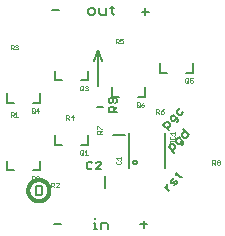
<source format=gbr>
G04 EAGLE Gerber RS-274X export*
G75*
%MOMM*%
%FSLAX34Y34*%
%LPD*%
%INSilkscreen Top*%
%IPPOS*%
%AMOC8*
5,1,8,0,0,1.08239X$1,22.5*%
G01*
%ADD10C,0.152400*%
%ADD11C,0.203200*%
%ADD12C,0.127000*%
%ADD13C,0.025400*%
%ADD14C,0.304800*%


D10*
X153162Y8259D02*
X158924Y8259D01*
X156043Y11140D02*
X156043Y5378D01*
X115057Y9699D02*
X113616Y9699D01*
X115057Y9699D02*
X115057Y3937D01*
X116497Y3937D02*
X113616Y3937D01*
X115057Y12580D02*
X115057Y14021D01*
X119853Y9699D02*
X119853Y3937D01*
X119853Y9699D02*
X124175Y9699D01*
X125615Y8259D01*
X125615Y3937D01*
X86069Y8259D02*
X80307Y8259D01*
X157476Y185547D02*
X157476Y191309D01*
X154595Y188428D02*
X160357Y188428D01*
X113260Y185547D02*
X110379Y185547D01*
X113260Y185547D02*
X114701Y186988D01*
X114701Y189869D01*
X113260Y191309D01*
X110379Y191309D01*
X108938Y189869D01*
X108938Y186988D01*
X110379Y185547D01*
X118294Y186988D02*
X118294Y191309D01*
X118294Y186988D02*
X119734Y185547D01*
X124056Y185547D01*
X124056Y191309D01*
X129089Y192750D02*
X129089Y186988D01*
X130530Y185547D01*
X130530Y191309D02*
X127649Y191309D01*
X84482Y189869D02*
X78719Y189869D01*
D11*
X117475Y156210D02*
X117475Y125730D01*
X114300Y146685D02*
X117475Y156210D01*
X120650Y146685D01*
D12*
X174014Y40031D02*
X177250Y36796D01*
X175632Y38413D02*
X175632Y41649D01*
X176441Y42458D01*
X181660Y41206D02*
X184086Y43632D01*
X184086Y45250D01*
X182469Y45250D01*
X180851Y43632D01*
X179233Y43632D01*
X179233Y45250D01*
X181660Y47677D01*
X183716Y51351D02*
X186952Y48115D01*
X188570Y48115D01*
X185334Y51351D02*
X183716Y49733D01*
X181990Y68780D02*
X177136Y73633D01*
X179563Y76060D01*
X181181Y76060D01*
X182798Y74442D01*
X182798Y72824D01*
X180372Y70398D01*
X188899Y75690D02*
X189708Y76499D01*
X189708Y78116D01*
X185664Y82161D01*
X183237Y79734D01*
X183237Y78116D01*
X184855Y76499D01*
X186473Y76499D01*
X188899Y78925D01*
X194192Y84217D02*
X189338Y89071D01*
X194192Y84217D02*
X191765Y81791D01*
X190147Y81791D01*
X188529Y83408D01*
X188529Y85026D01*
X190956Y87453D01*
X177545Y87830D02*
X172691Y92683D01*
X175118Y95110D01*
X176736Y95110D01*
X178353Y93492D01*
X178353Y91874D01*
X175927Y89448D01*
X184454Y94740D02*
X185263Y95549D01*
X185263Y97166D01*
X181219Y101211D01*
X178792Y98784D01*
X178792Y97166D01*
X180410Y95549D01*
X182028Y95549D01*
X184454Y97975D01*
X184084Y104076D02*
X186511Y106503D01*
X184084Y104076D02*
X184084Y102458D01*
X185702Y100841D01*
X187320Y100841D01*
X189747Y103267D01*
D13*
X43307Y103000D02*
X43307Y99187D01*
X43307Y103000D02*
X45214Y103000D01*
X45849Y102365D01*
X45849Y101094D01*
X45214Y100458D01*
X43307Y100458D01*
X44578Y100458D02*
X45849Y99187D01*
X47049Y101729D02*
X48320Y103000D01*
X48320Y99187D01*
X47049Y99187D02*
X49591Y99187D01*
X77733Y43691D02*
X77733Y39878D01*
X77733Y43691D02*
X79639Y43691D01*
X80275Y43056D01*
X80275Y41785D01*
X79639Y41149D01*
X77733Y41149D01*
X79004Y41149D02*
X80275Y39878D01*
X81475Y39878D02*
X84017Y39878D01*
X81475Y39878D02*
X84017Y42420D01*
X84017Y43056D01*
X83382Y43691D01*
X82110Y43691D01*
X81475Y43056D01*
X116646Y85035D02*
X120460Y85035D01*
X116646Y85035D02*
X116646Y86942D01*
X117282Y87578D01*
X118553Y87578D01*
X119188Y86942D01*
X119188Y85035D01*
X119188Y86306D02*
X120460Y87578D01*
X116646Y88777D02*
X116646Y91320D01*
X117282Y91320D01*
X119824Y88777D01*
X120460Y88777D01*
D11*
X129858Y83820D02*
X140018Y83820D01*
D13*
X133538Y61724D02*
X132902Y61089D01*
X132902Y59818D01*
X133538Y59182D01*
X136080Y59182D01*
X136716Y59818D01*
X136716Y61089D01*
X136080Y61724D01*
X134173Y62924D02*
X132902Y64195D01*
X136716Y64195D01*
X136716Y62924D02*
X136716Y65466D01*
X214258Y62741D02*
X214258Y58928D01*
X214258Y62741D02*
X216164Y62741D01*
X216800Y62106D01*
X216800Y60835D01*
X216164Y60199D01*
X214258Y60199D01*
X215529Y60199D02*
X216800Y58928D01*
X218000Y62106D02*
X218635Y62741D01*
X219907Y62741D01*
X220542Y62106D01*
X220542Y61470D01*
X219907Y60835D01*
X220542Y60199D01*
X220542Y59564D01*
X219907Y58928D01*
X218635Y58928D01*
X218000Y59564D01*
X218000Y60199D01*
X218635Y60835D01*
X218000Y61470D01*
X218000Y62106D01*
X218635Y60835D02*
X219907Y60835D01*
D11*
X109250Y75550D02*
X103250Y75550D01*
X109250Y75550D02*
X109250Y83550D01*
X87250Y75550D02*
X81250Y75550D01*
X81250Y83550D01*
D13*
X102498Y70361D02*
X102498Y67819D01*
X102498Y70361D02*
X103133Y70996D01*
X104404Y70996D01*
X105040Y70361D01*
X105040Y67819D01*
X104404Y67183D01*
X103133Y67183D01*
X102498Y67819D01*
X103769Y68454D02*
X105040Y67183D01*
X106240Y69725D02*
X107511Y70996D01*
X107511Y67183D01*
X106240Y67183D02*
X108782Y67183D01*
D11*
X67975Y53960D02*
X61975Y53960D01*
X67975Y53960D02*
X67975Y61960D01*
X45975Y53960D02*
X39975Y53960D01*
X39975Y61960D01*
D13*
X61223Y48771D02*
X61223Y46229D01*
X61223Y48771D02*
X61858Y49406D01*
X63129Y49406D01*
X63765Y48771D01*
X63765Y46229D01*
X63129Y45593D01*
X61858Y45593D01*
X61223Y46229D01*
X62494Y46864D02*
X63765Y45593D01*
X64965Y45593D02*
X67507Y45593D01*
X64965Y45593D02*
X67507Y48135D01*
X67507Y48771D01*
X66872Y49406D01*
X65600Y49406D01*
X64965Y48771D01*
X43307Y156337D02*
X43307Y160150D01*
X45214Y160150D01*
X45849Y159515D01*
X45849Y158244D01*
X45214Y157608D01*
X43307Y157608D01*
X44578Y157608D02*
X45849Y156337D01*
X47049Y159515D02*
X47685Y160150D01*
X48956Y160150D01*
X49591Y159515D01*
X49591Y158879D01*
X48956Y158244D01*
X48320Y158244D01*
X48956Y158244D02*
X49591Y157608D01*
X49591Y156973D01*
X48956Y156337D01*
X47685Y156337D01*
X47049Y156973D01*
X90433Y100841D02*
X90433Y97028D01*
X90433Y100841D02*
X92339Y100841D01*
X92975Y100206D01*
X92975Y98935D01*
X92339Y98299D01*
X90433Y98299D01*
X91704Y98299D02*
X92975Y97028D01*
X96082Y97028D02*
X96082Y100841D01*
X94175Y98935D01*
X96717Y98935D01*
D11*
X103250Y130160D02*
X109250Y130160D01*
X109250Y138160D01*
X87250Y130160D02*
X81250Y130160D01*
X81250Y138160D01*
D13*
X102498Y124971D02*
X102498Y122429D01*
X102498Y124971D02*
X103133Y125606D01*
X104404Y125606D01*
X105040Y124971D01*
X105040Y122429D01*
X104404Y121793D01*
X103133Y121793D01*
X102498Y122429D01*
X103769Y123064D02*
X105040Y121793D01*
X106240Y124971D02*
X106875Y125606D01*
X108147Y125606D01*
X108782Y124971D01*
X108782Y124335D01*
X108147Y123700D01*
X107511Y123700D01*
X108147Y123700D02*
X108782Y123064D01*
X108782Y122429D01*
X108147Y121793D01*
X106875Y121793D01*
X106240Y122429D01*
D11*
X67975Y111110D02*
X61975Y111110D01*
X67975Y111110D02*
X67975Y119110D01*
X45975Y111110D02*
X39975Y111110D01*
X39975Y119110D01*
D13*
X61223Y105921D02*
X61223Y103379D01*
X61223Y105921D02*
X61858Y106556D01*
X63129Y106556D01*
X63765Y105921D01*
X63765Y103379D01*
X63129Y102743D01*
X61858Y102743D01*
X61223Y103379D01*
X62494Y104014D02*
X63765Y102743D01*
X66872Y102743D02*
X66872Y106556D01*
X64965Y104650D01*
X67507Y104650D01*
X132207Y161417D02*
X132207Y165230D01*
X134114Y165230D01*
X134749Y164595D01*
X134749Y163324D01*
X134114Y162688D01*
X132207Y162688D01*
X133478Y162688D02*
X134749Y161417D01*
X135949Y165230D02*
X138491Y165230D01*
X135949Y165230D02*
X135949Y163324D01*
X137220Y163959D01*
X137856Y163959D01*
X138491Y163324D01*
X138491Y162053D01*
X137856Y161417D01*
X136585Y161417D01*
X135949Y162053D01*
X166633Y105921D02*
X166633Y102108D01*
X166633Y105921D02*
X168539Y105921D01*
X169175Y105286D01*
X169175Y104015D01*
X168539Y103379D01*
X166633Y103379D01*
X167904Y103379D02*
X169175Y102108D01*
X171646Y105286D02*
X172917Y105921D01*
X171646Y105286D02*
X170375Y104015D01*
X170375Y102744D01*
X171010Y102108D01*
X172282Y102108D01*
X172917Y102744D01*
X172917Y103379D01*
X172282Y104015D01*
X170375Y104015D01*
D11*
X192150Y136510D02*
X198150Y136510D01*
X198150Y144510D01*
X176150Y136510D02*
X170150Y136510D01*
X170150Y144510D01*
D13*
X191398Y131321D02*
X191398Y128779D01*
X191398Y131321D02*
X192033Y131956D01*
X193304Y131956D01*
X193940Y131321D01*
X193940Y128779D01*
X193304Y128143D01*
X192033Y128143D01*
X191398Y128779D01*
X192669Y129414D02*
X193940Y128143D01*
X195140Y131956D02*
X197682Y131956D01*
X195140Y131956D02*
X195140Y130050D01*
X196411Y130685D01*
X197047Y130685D01*
X197682Y130050D01*
X197682Y128779D01*
X197047Y128143D01*
X195775Y128143D01*
X195140Y128779D01*
D11*
X156875Y116190D02*
X150875Y116190D01*
X156875Y116190D02*
X156875Y124190D01*
X134875Y116190D02*
X128875Y116190D01*
X128875Y124190D01*
D13*
X150123Y111001D02*
X150123Y108459D01*
X150123Y111001D02*
X150758Y111636D01*
X152029Y111636D01*
X152665Y111001D01*
X152665Y108459D01*
X152029Y107823D01*
X150758Y107823D01*
X150123Y108459D01*
X151394Y109094D02*
X152665Y107823D01*
X155136Y111001D02*
X156407Y111636D01*
X155136Y111001D02*
X153865Y109730D01*
X153865Y108459D01*
X154500Y107823D01*
X155772Y107823D01*
X156407Y108459D01*
X156407Y109094D01*
X155772Y109730D01*
X153865Y109730D01*
D11*
X147280Y60897D02*
X147282Y60972D01*
X147288Y61047D01*
X147298Y61122D01*
X147311Y61196D01*
X147329Y61269D01*
X147350Y61341D01*
X147375Y61412D01*
X147404Y61481D01*
X147437Y61549D01*
X147472Y61615D01*
X147512Y61679D01*
X147554Y61741D01*
X147600Y61801D01*
X147649Y61858D01*
X147701Y61912D01*
X147755Y61964D01*
X147812Y62013D01*
X147872Y62059D01*
X147934Y62101D01*
X147998Y62141D01*
X148064Y62176D01*
X148132Y62209D01*
X148201Y62238D01*
X148272Y62263D01*
X148344Y62284D01*
X148417Y62302D01*
X148491Y62315D01*
X148566Y62325D01*
X148641Y62331D01*
X148716Y62333D01*
X148791Y62331D01*
X148866Y62325D01*
X148941Y62315D01*
X149015Y62302D01*
X149088Y62284D01*
X149160Y62263D01*
X149231Y62238D01*
X149300Y62209D01*
X149368Y62176D01*
X149434Y62141D01*
X149498Y62101D01*
X149560Y62059D01*
X149620Y62013D01*
X149677Y61964D01*
X149731Y61912D01*
X149783Y61858D01*
X149832Y61801D01*
X149878Y61741D01*
X149920Y61679D01*
X149960Y61615D01*
X149995Y61549D01*
X150028Y61481D01*
X150057Y61412D01*
X150082Y61341D01*
X150103Y61269D01*
X150121Y61196D01*
X150134Y61122D01*
X150144Y61047D01*
X150150Y60972D01*
X150152Y60897D01*
X150150Y60822D01*
X150144Y60747D01*
X150134Y60672D01*
X150121Y60598D01*
X150103Y60525D01*
X150082Y60453D01*
X150057Y60382D01*
X150028Y60313D01*
X149995Y60245D01*
X149960Y60179D01*
X149920Y60115D01*
X149878Y60053D01*
X149832Y59993D01*
X149783Y59936D01*
X149731Y59882D01*
X149677Y59830D01*
X149620Y59781D01*
X149560Y59735D01*
X149498Y59693D01*
X149434Y59653D01*
X149368Y59618D01*
X149300Y59585D01*
X149231Y59556D01*
X149160Y59531D01*
X149088Y59510D01*
X149015Y59492D01*
X148941Y59479D01*
X148866Y59469D01*
X148791Y59463D01*
X148716Y59461D01*
X148641Y59463D01*
X148566Y59469D01*
X148491Y59479D01*
X148417Y59492D01*
X148344Y59510D01*
X148272Y59531D01*
X148201Y59556D01*
X148132Y59585D01*
X148064Y59618D01*
X147998Y59653D01*
X147934Y59693D01*
X147872Y59735D01*
X147812Y59781D01*
X147755Y59830D01*
X147701Y59882D01*
X147649Y59936D01*
X147600Y59993D01*
X147554Y60053D01*
X147512Y60115D01*
X147472Y60179D01*
X147437Y60245D01*
X147404Y60313D01*
X147375Y60382D01*
X147350Y60453D01*
X147329Y60525D01*
X147311Y60598D01*
X147298Y60672D01*
X147288Y60747D01*
X147282Y60822D01*
X147280Y60897D01*
X173750Y55803D02*
X173750Y85803D01*
X143750Y85803D02*
X143750Y55803D01*
D13*
X182198Y77805D02*
X182198Y79076D01*
X182198Y78440D02*
X178385Y78440D01*
X178385Y77805D02*
X178385Y79076D01*
X178385Y82206D02*
X179020Y82841D01*
X178385Y82206D02*
X178385Y80935D01*
X179020Y80299D01*
X181562Y80299D01*
X182198Y80935D01*
X182198Y82206D01*
X181562Y82841D01*
X179656Y84041D02*
X178385Y85312D01*
X182198Y85312D01*
X182198Y84041D02*
X182198Y86583D01*
D11*
X121920Y107950D02*
X116840Y107950D01*
D10*
X126486Y103269D02*
X133096Y103269D01*
X126486Y103269D02*
X126486Y106574D01*
X127588Y107675D01*
X129791Y107675D01*
X130893Y106574D01*
X130893Y103269D01*
X130893Y105472D02*
X133096Y107675D01*
X131994Y110753D02*
X133096Y111854D01*
X133096Y114058D01*
X131994Y115159D01*
X127588Y115159D01*
X126486Y114058D01*
X126486Y111854D01*
X127588Y110753D01*
X128690Y110753D01*
X129791Y111854D01*
X129791Y115159D01*
D11*
X123190Y49530D02*
X123190Y39370D01*
D10*
X112483Y60245D02*
X111382Y61347D01*
X109179Y61347D01*
X108077Y60245D01*
X108077Y55839D01*
X109179Y54737D01*
X111382Y54737D01*
X112483Y55839D01*
X115561Y54737D02*
X119968Y54737D01*
X119968Y59143D02*
X115561Y54737D01*
X119968Y59143D02*
X119968Y60245D01*
X118866Y61347D01*
X116663Y61347D01*
X115561Y60245D01*
D14*
X58330Y36830D02*
X58333Y37050D01*
X58341Y37271D01*
X58354Y37491D01*
X58373Y37710D01*
X58398Y37929D01*
X58427Y38148D01*
X58462Y38365D01*
X58503Y38582D01*
X58548Y38798D01*
X58599Y39012D01*
X58655Y39225D01*
X58717Y39437D01*
X58783Y39647D01*
X58855Y39855D01*
X58932Y40062D01*
X59014Y40266D01*
X59100Y40469D01*
X59192Y40669D01*
X59289Y40868D01*
X59390Y41063D01*
X59497Y41256D01*
X59608Y41447D01*
X59723Y41634D01*
X59843Y41819D01*
X59968Y42001D01*
X60097Y42179D01*
X60231Y42355D01*
X60368Y42527D01*
X60510Y42695D01*
X60656Y42861D01*
X60806Y43022D01*
X60960Y43180D01*
X61118Y43334D01*
X61279Y43484D01*
X61445Y43630D01*
X61613Y43772D01*
X61785Y43909D01*
X61961Y44043D01*
X62139Y44172D01*
X62321Y44297D01*
X62506Y44417D01*
X62693Y44532D01*
X62884Y44643D01*
X63077Y44750D01*
X63272Y44851D01*
X63471Y44948D01*
X63671Y45040D01*
X63874Y45126D01*
X64078Y45208D01*
X64285Y45285D01*
X64493Y45357D01*
X64703Y45423D01*
X64915Y45485D01*
X65128Y45541D01*
X65342Y45592D01*
X65558Y45637D01*
X65775Y45678D01*
X65992Y45713D01*
X66211Y45742D01*
X66430Y45767D01*
X66649Y45786D01*
X66869Y45799D01*
X67090Y45807D01*
X67310Y45810D01*
X67530Y45807D01*
X67751Y45799D01*
X67971Y45786D01*
X68190Y45767D01*
X68409Y45742D01*
X68628Y45713D01*
X68845Y45678D01*
X69062Y45637D01*
X69278Y45592D01*
X69492Y45541D01*
X69705Y45485D01*
X69917Y45423D01*
X70127Y45357D01*
X70335Y45285D01*
X70542Y45208D01*
X70746Y45126D01*
X70949Y45040D01*
X71149Y44948D01*
X71348Y44851D01*
X71543Y44750D01*
X71736Y44643D01*
X71927Y44532D01*
X72114Y44417D01*
X72299Y44297D01*
X72481Y44172D01*
X72659Y44043D01*
X72835Y43909D01*
X73007Y43772D01*
X73175Y43630D01*
X73341Y43484D01*
X73502Y43334D01*
X73660Y43180D01*
X73814Y43022D01*
X73964Y42861D01*
X74110Y42695D01*
X74252Y42527D01*
X74389Y42355D01*
X74523Y42179D01*
X74652Y42001D01*
X74777Y41819D01*
X74897Y41634D01*
X75012Y41447D01*
X75123Y41256D01*
X75230Y41063D01*
X75331Y40868D01*
X75428Y40669D01*
X75520Y40469D01*
X75606Y40266D01*
X75688Y40062D01*
X75765Y39855D01*
X75837Y39647D01*
X75903Y39437D01*
X75965Y39225D01*
X76021Y39012D01*
X76072Y38798D01*
X76117Y38582D01*
X76158Y38365D01*
X76193Y38148D01*
X76222Y37929D01*
X76247Y37710D01*
X76266Y37491D01*
X76279Y37271D01*
X76287Y37050D01*
X76290Y36830D01*
X76287Y36610D01*
X76279Y36389D01*
X76266Y36169D01*
X76247Y35950D01*
X76222Y35731D01*
X76193Y35512D01*
X76158Y35295D01*
X76117Y35078D01*
X76072Y34862D01*
X76021Y34648D01*
X75965Y34435D01*
X75903Y34223D01*
X75837Y34013D01*
X75765Y33805D01*
X75688Y33598D01*
X75606Y33394D01*
X75520Y33191D01*
X75428Y32991D01*
X75331Y32792D01*
X75230Y32597D01*
X75123Y32404D01*
X75012Y32213D01*
X74897Y32026D01*
X74777Y31841D01*
X74652Y31659D01*
X74523Y31481D01*
X74389Y31305D01*
X74252Y31133D01*
X74110Y30965D01*
X73964Y30799D01*
X73814Y30638D01*
X73660Y30480D01*
X73502Y30326D01*
X73341Y30176D01*
X73175Y30030D01*
X73007Y29888D01*
X72835Y29751D01*
X72659Y29617D01*
X72481Y29488D01*
X72299Y29363D01*
X72114Y29243D01*
X71927Y29128D01*
X71736Y29017D01*
X71543Y28910D01*
X71348Y28809D01*
X71149Y28712D01*
X70949Y28620D01*
X70746Y28534D01*
X70542Y28452D01*
X70335Y28375D01*
X70127Y28303D01*
X69917Y28237D01*
X69705Y28175D01*
X69492Y28119D01*
X69278Y28068D01*
X69062Y28023D01*
X68845Y27982D01*
X68628Y27947D01*
X68409Y27918D01*
X68190Y27893D01*
X67971Y27874D01*
X67751Y27861D01*
X67530Y27853D01*
X67310Y27850D01*
X67090Y27853D01*
X66869Y27861D01*
X66649Y27874D01*
X66430Y27893D01*
X66211Y27918D01*
X65992Y27947D01*
X65775Y27982D01*
X65558Y28023D01*
X65342Y28068D01*
X65128Y28119D01*
X64915Y28175D01*
X64703Y28237D01*
X64493Y28303D01*
X64285Y28375D01*
X64078Y28452D01*
X63874Y28534D01*
X63671Y28620D01*
X63471Y28712D01*
X63272Y28809D01*
X63077Y28910D01*
X62884Y29017D01*
X62693Y29128D01*
X62506Y29243D01*
X62321Y29363D01*
X62139Y29488D01*
X61961Y29617D01*
X61785Y29751D01*
X61613Y29888D01*
X61445Y30030D01*
X61279Y30176D01*
X61118Y30326D01*
X60960Y30480D01*
X60806Y30638D01*
X60656Y30799D01*
X60510Y30965D01*
X60368Y31133D01*
X60231Y31305D01*
X60097Y31481D01*
X59968Y31659D01*
X59843Y31841D01*
X59723Y32026D01*
X59608Y32213D01*
X59497Y32404D01*
X59390Y32597D01*
X59289Y32792D01*
X59192Y32991D01*
X59100Y33191D01*
X59014Y33394D01*
X58932Y33598D01*
X58855Y33805D01*
X58783Y34013D01*
X58717Y34223D01*
X58655Y34435D01*
X58599Y34648D01*
X58548Y34862D01*
X58503Y35078D01*
X58462Y35295D01*
X58427Y35512D01*
X58398Y35731D01*
X58373Y35950D01*
X58354Y36169D01*
X58341Y36389D01*
X58333Y36610D01*
X58330Y36830D01*
D11*
X64770Y32766D02*
X64770Y40901D01*
X64770Y32766D02*
X68837Y32766D01*
X70193Y34122D01*
X70193Y39545D01*
X68837Y40901D01*
X64770Y40901D01*
M02*

</source>
